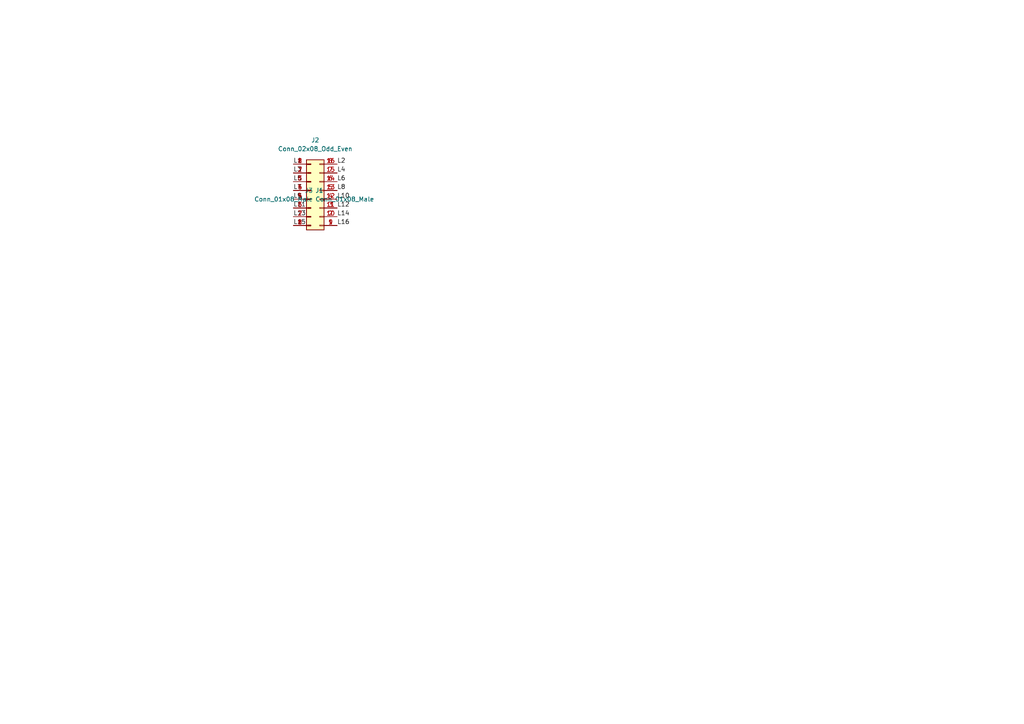
<source format=kicad_sch>
(kicad_sch (version 20211123) (generator eeschema)
  (paper "A4")
  (lib_symbols
    (symbol "Connector:Conn_01x08_Male" (pin_names (offset 1.016) hide)
      (property "Reference" "J" (at 0 10.16 0))
      (property "Value" "Conn_01x08_Male" (at 0 -12.7 0))
      (symbol "Conn_01x08_Male_1_1"
        (polyline (pts (xy 1.27 -10.16) (xy 0.8636 -10.16)) (stroke (width 0.1524)))
        (polyline (pts (xy 1.27 -7.62) (xy 0.8636 -7.62)) (stroke (width 0.1524)))
        (polyline (pts (xy 1.27 -5.08) (xy 0.8636 -5.08)) (stroke (width 0.1524)))
        (polyline (pts (xy 1.27 -2.54) (xy 0.8636 -2.54)) (stroke (width 0.1524)))
        (polyline (pts (xy 1.27 0) (xy 0.8636 0)) (stroke (width 0.1524)))
        (polyline (pts (xy 1.27 2.54) (xy 0.8636 2.54)) (stroke (width 0.1524)))
        (polyline (pts (xy 1.27 5.08) (xy 0.8636 5.08)) (stroke (width 0.1524)))
        (polyline (pts (xy 1.27 7.62) (xy 0.8636 7.62)) (stroke (width 0.1524)))
        (rectangle (start 0.8636 -10.033) (end 0 -10.287) (stroke (width 0.1524)) (fill (type outline)))
        (rectangle (start 0.8636 -7.493) (end 0 -7.747) (stroke (width 0.1524)) (fill (type outline)))
        (rectangle (start 0.8636 -4.953) (end 0 -5.207) (stroke (width 0.1524)) (fill (type outline)))
        (rectangle (start 0.8636 -2.413) (end 0 -2.667) (stroke (width 0.1524)) (fill (type outline)))
        (rectangle (start 0.8636 0.127) (end 0 -0.127) (stroke (width 0.1524)) (fill (type outline)))
        (rectangle (start 0.8636 2.667) (end 0 2.413) (stroke (width 0.1524)) (fill (type outline)))
        (rectangle (start 0.8636 5.207) (end 0 4.953) (stroke (width 0.1524)) (fill (type outline)))
        (rectangle (start 0.8636 7.747) (end 0 7.493) (stroke (width 0.1524)) (fill (type outline)))
        (pin passive line (at 5.08 7.62 180) (length 3.81) (name "Pin_1") (number "1"))
        (pin passive line (at 5.08 5.08 180) (length 3.81) (name "Pin_2") (number "2"))
        (pin passive line (at 5.08 2.54 180) (length 3.81) (name "Pin_3") (number "3"))
        (pin passive line (at 5.08 0 180) (length 3.81) (name "Pin_4") (number "4"))
        (pin passive line (at 5.08 -2.54 180) (length 3.81) (name "Pin_5") (number "5"))
        (pin passive line (at 5.08 -5.08 180) (length 3.81) (name "Pin_6") (number "6"))
        (pin passive line (at 5.08 -7.62 180) (length 3.81) (name "Pin_7") (number "7"))
        (pin passive line (at 5.08 -10.16 180) (length 3.81) (name "Pin_8") (number "8"))
      )
    )
    (symbol "Connector_Generic:Conn_02x08_Counter_Clockwise" (pin_names (offset 1.016) hide)
      (property "Reference" "J" (at 1.27 10.16 0))
      (property "Value" "Conn_02x08_Counter_Clockwise" (at 1.27 -12.7 0))
      (symbol "Conn_02x08_Counter_Clockwise_1_1"
        (rectangle (start -1.27 -10.033) (end 0 -10.287) (stroke (width 0.1524)))
        (rectangle (start -1.27 -7.493) (end 0 -7.747) (stroke (width 0.1524)))
        (rectangle (start -1.27 -4.953) (end 0 -5.207) (stroke (width 0.1524)))
        (rectangle (start -1.27 -2.413) (end 0 -2.667) (stroke (width 0.1524)))
        (rectangle (start -1.27 0.127) (end 0 -0.127) (stroke (width 0.1524)))
        (rectangle (start -1.27 2.667) (end 0 2.413) (stroke (width 0.1524)))
        (rectangle (start -1.27 5.207) (end 0 4.953) (stroke (width 0.1524)))
        (rectangle (start -1.27 7.747) (end 0 7.493) (stroke (width 0.1524)))
        (rectangle (start -1.27 8.89) (end 3.81 -11.43) (stroke (width 0.254)) (fill (type background)))
        (rectangle (start 3.81 -10.033) (end 2.54 -10.287) (stroke (width 0.1524)))
        (rectangle (start 3.81 -7.493) (end 2.54 -7.747) (stroke (width 0.1524)))
        (rectangle (start 3.81 -4.953) (end 2.54 -5.207) (stroke (width 0.1524)))
        (rectangle (start 3.81 -2.413) (end 2.54 -2.667) (stroke (width 0.1524)))
        (rectangle (start 3.81 0.127) (end 2.54 -0.127) (stroke (width 0.1524)))
        (rectangle (start 3.81 2.667) (end 2.54 2.413) (stroke (width 0.1524)))
        (rectangle (start 3.81 5.207) (end 2.54 4.953) (stroke (width 0.1524)))
        (rectangle (start 3.81 7.747) (end 2.54 7.493) (stroke (width 0.1524)))
        (pin passive line (at -5.08 7.62 0) (length 3.81) (name "Pin_1") (number "1"))
        (pin passive line (at 7.62 -7.62 180) (length 3.81) (name "Pin_10") (number "10"))
        (pin passive line (at 7.62 -5.08 180) (length 3.81) (name "Pin_11") (number "11"))
        (pin passive line (at 7.62 -2.54 180) (length 3.81) (name "Pin_12") (number "12"))
        (pin passive line (at 7.62 0 180) (length 3.81) (name "Pin_13") (number "13"))
        (pin passive line (at 7.62 2.54 180) (length 3.81) (name "Pin_14") (number "14"))
        (pin passive line (at 7.62 5.08 180) (length 3.81) (name "Pin_15") (number "15"))
        (pin passive line (at 7.62 7.62 180) (length 3.81) (name "Pin_16") (number "16"))
        (pin passive line (at -5.08 5.08 0) (length 3.81) (name "Pin_2") (number "2"))
        (pin passive line (at -5.08 2.54 0) (length 3.81) (name "Pin_3") (number "3"))
        (pin passive line (at -5.08 0 0) (length 3.81) (name "Pin_4") (number "4"))
        (pin passive line (at -5.08 -2.54 0) (length 3.81) (name "Pin_5") (number "5"))
        (pin passive line (at -5.08 -5.08 0) (length 3.81) (name "Pin_6") (number "6"))
        (pin passive line (at -5.08 -7.62 0) (length 3.81) (name "Pin_7") (number "7"))
        (pin passive line (at -5.08 -10.16 0) (length 3.81) (name "Pin_8") (number "8"))
        (pin passive line (at 7.62 -10.16 180) (length 3.81) (name "Pin_9") (number "9"))
      )
    )
  )
  (label "L9" (at 85.09 57.785 0))
  (label "L8" (at 97.79 55.245 0))
  (label "L13" (at 85.09 62.865 0))
  (label "L4" (at 97.79 50.165 0))
  (label "L5" (at 85.09 52.705 0))
  (label "L1" (at 85.09 47.625 0))
  (label "L6" (at 97.79 52.705 0))
  (label "L12" (at 97.79 60.325 0))
  (label "L14" (at 97.79 62.865 0))
  (label "L2" (at 97.79 47.625 0))
  (label "L10" (at 97.79 57.785 0))
  (label "L7" (at 85.09 55.245 0))
  (label "L16" (at 97.79 65.405 0))
  (label "L15" (at 85.09 65.405 0))
  (label "L3" (at 85.09 50.165 0))
  (label "L11" (at 85.09 60.325 0))
  (symbol (lib_id "Connector:Conn_01x08_Male") (at 90.17 57.785 180) (unit 1)
    (property "Reference" "J1" (at 91.44 55.2449 0) (effects (justify right)))
    (property "Value" "Conn_01x08_Male" (at 91.44 57.7849 0) (effects (justify right)))
    (property "Footprint" "Connector_PinHeader_2.54mm:PinHeader_1x08_P2.54mm_Vertical_SMD_Pin1Left" (effects hide))
  )
  (symbol (lib_id "Connector_Generic:Conn_02x08_Counter_Clockwise") (at 90.17 55.245 0) (unit 1)
    (property "Reference" "J2" (at 91.44 40.64 0))
    (property "Value" "Conn_02x08_Odd_Even" (at 91.44 43.18 0))
    (property "Footprint" "Package_SO:SOIC-16_3.9x9.9mm_P1.27mm" (effects hide))
  )
  (symbol (lib_id "Connector:Conn_01x08_Male") (at 92.71 57.785 0) (mirror x) (unit 1)
    (property "Reference" "J3" (at 90.805 55.2449 0) (effects (justify right)))
    (property "Value" "Conn_01x08_Male" (at 90.805 57.7849 0) (effects (justify right)))
    (property "Footprint" "Connector_PinHeader_2.54mm:PinHeader_1x08_P2.54mm_Vertical_SMD_Pin1Right" (effects hide))
  )
)
</source>
